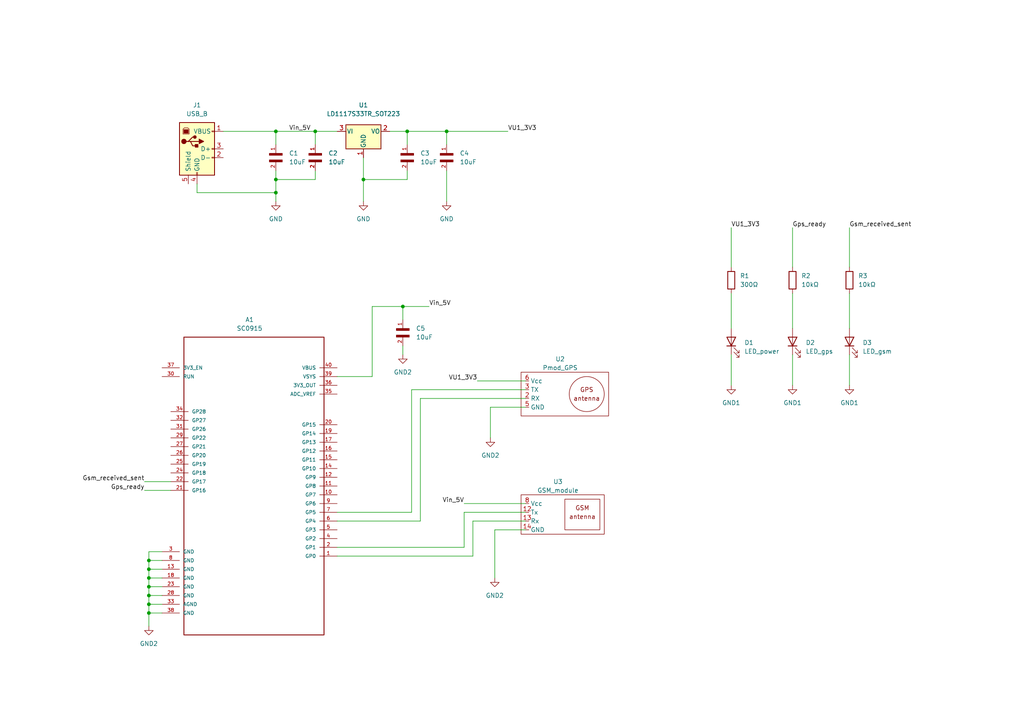
<source format=kicad_sch>
(kicad_sch (version 20211123) (generator eeschema)
  (paper "A4")
  (title_block (title "Tracker_Project by Bogdan"))
  (lib_symbols
    (symbol "Connector:USB_B" (pin_names (offset 1.016))
      (property "Reference" "J" (at -5.08 11.43 0))
      (property "Value" "USB_B" (at -5.08 8.89 0))
      (symbol "USB_B_0_1"
        (rectangle (start -5.08 -7.62) (end 5.08 7.62) (stroke (width 0.254)) (fill (type background)))
        (circle (center -3.81 2.159) (radius 0.635) (stroke (width 0.254)) (fill (type outline)))
        (rectangle (start -3.81 5.588) (end -2.54 4.572) (fill (type outline)))
        (circle (center -0.635 3.429) (radius 0.381) (stroke (width 0.254)) (fill (type outline)))
        (rectangle (start -0.127 -7.62) (end 0.127 -6.858))
        (polyline (pts (xy -1.905 2.159) (xy 0.635 2.159)) (stroke (width 0.254)))
        (polyline (pts (xy -3.175 2.159) (xy -2.54 2.159) (xy -1.27 3.429) (xy -0.635 3.429)) (stroke (width 0.254)))
        (polyline (pts (xy -2.54 2.159) (xy -1.905 2.159) (xy -1.27 0.889) (xy 0 0.889)) (stroke (width 0.254)))
        (polyline (pts (xy 0.635 2.794) (xy 0.635 1.524) (xy 1.905 2.159) (xy 0.635 2.794)) (stroke (width 0.254)) (fill (type outline)))
        (polyline (pts (xy -4.064 4.318) (xy -2.286 4.318) (xy -2.286 5.715) (xy -2.667 6.096) (xy -3.683 6.096) (xy -4.064 5.715) (xy -4.064 4.318)))
        (rectangle (start 0.254 1.27) (end -0.508 0.508) (stroke (width 0.254)) (fill (type outline)))
        (rectangle (start 5.08 -2.667) (end 4.318 -2.413))
        (rectangle (start 5.08 -0.127) (end 4.318 0.127))
        (rectangle (start 5.08 4.953) (end 4.318 5.207))
      )
      (symbol "USB_B_1_1"
        (pin power_out line (at 7.62 5.08 180) (length 2.54) (name "VBUS") (number "1"))
        (pin bidirectional line (at 7.62 -2.54 180) (length 2.54) (name "D-") (number "2"))
        (pin bidirectional line (at 7.62 0 180) (length 2.54) (name "D+") (number "3"))
        (pin power_out line (at 0 -10.16 90) (length 2.54) (name "GND") (number "4"))
        (pin passive line (at -2.54 -10.16 90) (length 2.54) (name "Shield") (number "5"))
      )
    )
    (symbol "Device:LED" (pin_numbers hide) (pin_names (offset 1.016) hide)
      (property "Reference" "D" (at 0 2.54 0))
      (property "Value" "LED" (at 0 -2.54 0))
      (symbol "LED_0_1"
        (polyline (pts (xy -1.27 -1.27) (xy -1.27 1.27)) (stroke (width 0.254)))
        (polyline (pts (xy -1.27 0) (xy 1.27 0)))
        (polyline (pts (xy 1.27 -1.27) (xy 1.27 1.27) (xy -1.27 0) (xy 1.27 -1.27)) (stroke (width 0.254)))
        (polyline (pts (xy -3.048 -0.762) (xy -4.572 -2.286) (xy -3.81 -2.286) (xy -4.572 -2.286) (xy -4.572 -1.524)))
        (polyline (pts (xy -1.778 -0.762) (xy -3.302 -2.286) (xy -2.54 -2.286) (xy -3.302 -2.286) (xy -3.302 -1.524)))
      )
      (symbol "LED_1_1"
        (pin passive line (at -3.81 0 0) (length 2.54) (name "K") (number "1"))
        (pin passive line (at 3.81 0 180) (length 2.54) (name "A") (number "2"))
      )
    )
    (symbol "Device:R" (pin_numbers hide) (pin_names (offset 0))
      (property "Reference" "R" (at 2.032 0 90))
      (property "Value" "R" (at 0 0 90))
      (symbol "R_0_1"
        (rectangle (start -1.016 -2.54) (end 1.016 2.54) (stroke (width 0.254)))
      )
      (symbol "R_1_1"
        (pin passive line (at 0 3.81 270) (length 1.27) (name "~") (number "1"))
        (pin passive line (at 0 -3.81 90) (length 1.27) (name "~") (number "2"))
      )
    )
    (symbol "Raspberry_Pi_Pico_SC0915:SC0915" (pin_names (offset 1.016))
      (property "Reference" "A1" (at 0 50.8 0))
      (property "Value" "SC0915" (at 0 48.26 0))
      (symbol "SC0915_0_0"
        (rectangle (start -19.05 -43.18) (end 21.59 43.18) (stroke (width 0.254)))
        (pin bidirectional line (at 25.4 -20.32 180) (length 5.08) (name "GP0") (number "1"))
        (pin bidirectional line (at 25.4 -2.54 180) (length 5.08) (name "GP7") (number "10"))
        (pin bidirectional line (at 25.4 0 180) (length 5.08) (name "GP8") (number "11"))
        (pin bidirectional line (at 25.4 2.54 180) (length 5.08) (name "GP9") (number "12"))
        (pin power_in line (at -25.4 -24.13 0) (length 5.08) (name "GND") (number "13"))
        (pin bidirectional line (at 25.4 5.08 180) (length 5.08) (name "GP10") (number "14"))
        (pin bidirectional line (at 25.4 7.62 180) (length 5.08) (name "GP11") (number "15"))
        (pin bidirectional line (at 25.4 10.16 180) (length 5.08) (name "GP12") (number "16"))
        (pin bidirectional line (at 25.4 12.7 180) (length 5.08) (name "GP13") (number "17"))
        (pin power_in line (at -25.4 -26.67 0) (length 5.08) (name "GND") (number "18"))
        (pin bidirectional line (at 25.4 15.24 180) (length 5.08) (name "GP14") (number "19"))
        (pin bidirectional line (at 25.4 -17.78 180) (length 5.08) (name "GP1") (number "2"))
        (pin bidirectional line (at 25.4 17.78 180) (length 5.08) (name "GP15") (number "20"))
        (pin bidirectional line (at -22.86 -1.27 0) (length 5.08) (name "GP16") (number "21"))
        (pin bidirectional line (at -22.86 1.27 0) (length 5.08) (name "GP17") (number "22"))
        (pin power_in line (at -25.4 -29.21 0) (length 5.08) (name "GND") (number "23"))
        (pin bidirectional line (at -22.86 3.81 0) (length 5.08) (name "GP18") (number "24"))
        (pin bidirectional line (at -22.86 6.35 0) (length 5.08) (name "GP19") (number "25"))
        (pin bidirectional line (at -22.86 8.89 0) (length 5.08) (name "GP20") (number "26"))
        (pin bidirectional line (at -22.86 11.43 0) (length 5.08) (name "GP21") (number "27"))
        (pin power_in line (at -25.4 -31.75 0) (length 5.08) (name "GND") (number "28"))
        (pin bidirectional line (at -22.86 13.97 0) (length 5.08) (name "GP22") (number "29"))
        (pin power_in line (at -25.4 -19.05 0) (length 5.08) (name "GND") (number "3"))
        (pin input line (at -25.4 31.75 0) (length 5.08) (name "RUN") (number "30"))
        (pin bidirectional line (at -22.86 16.51 0) (length 5.08) (name "GP26") (number "31"))
        (pin bidirectional line (at -22.86 19.05 0) (length 5.08) (name "GP27") (number "32"))
        (pin power_in line (at -25.4 -34.29 0) (length 5.08) (name "AGND") (number "33"))
        (pin bidirectional line (at -22.86 21.59 0) (length 5.08) (name "GP28") (number "34"))
        (pin power_in line (at 25.4 26.67 180) (length 5.08) (name "ADC_VREF") (number "35"))
        (pin power_in line (at 25.4 29.21 180) (length 5.08) (name "3V3_OUT") (number "36"))
        (pin input line (at -25.4 34.29 0) (length 5.08) (name "3V3_EN") (number "37"))
        (pin power_in line (at -25.4 -36.83 0) (length 5.08) (name "GND") (number "38"))
        (pin free line (at 25.4 31.75 180) (length 5.08) (name "VSYS") (number "39"))
        (pin bidirectional line (at 25.4 -15.24 180) (length 5.08) (name "GP2") (number "4"))
        (pin free line (at 25.4 34.29 180) (length 5.08) (name "VBUS") (number "40"))
        (pin bidirectional line (at 25.4 -12.7 180) (length 5.08) (name "GP3") (number "5"))
        (pin bidirectional line (at 25.4 -10.16 180) (length 5.08) (name "GP4") (number "6"))
        (pin bidirectional line (at 25.4 -7.62 180) (length 5.08) (name "GP5") (number "7"))
        (pin power_in line (at -25.4 -21.59 0) (length 5.08) (name "GND") (number "8"))
        (pin bidirectional line (at 25.4 -5.08 180) (length 5.08) (name "GP6") (number "9"))
      )
    )
    (symbol "Regulator_Linear:LD1117S33TR_SOT223" (pin_names (offset 0.254))
      (property "Reference" "U" (at -3.81 3.175 0))
      (property "Value" "LD1117S33TR_SOT223" (at 0 3.175 0))
      (symbol "LD1117S33TR_SOT223_0_1"
        (rectangle (start -5.08 -5.08) (end 5.08 1.905) (stroke (width 0.254)) (fill (type background)))
      )
      (symbol "LD1117S33TR_SOT223_1_1"
        (pin power_in line (at 0 -7.62 90) (length 2.54) (name "GND") (number "1"))
        (pin power_out line (at 7.62 0 180) (length 2.54) (name "VO") (number "2"))
        (pin power_in line (at -7.62 0 0) (length 2.54) (name "VI") (number "3"))
      )
    )
    (symbol "T491A106K006AT:T491A106K006AT" (pin_names (offset 1.016))
      (property "Reference" "C" (at 0 3.81 0))
      (property "Value" "T491A106K006AT" (at 0 -5.08 0))
      (symbol "T491A106K006AT_0_0"
        (rectangle (start 0 -1.905) (end 0.635 1.905) (stroke (width 0.1)) (fill (type outline)))
        (rectangle (start 1.905 -1.905) (end 2.54 1.905) (stroke (width 0.1)) (fill (type outline)))
        (pin passive line (at 5.08 0 180) (length 2.54) (name "~") (number "1"))
        (pin passive line (at -2.54 0 0) (length 2.54) (name "~") (number "2"))
      )
    )
    (symbol "module_gsm_sym:GSM_module"
      (property "Reference" "U3" (at 1.81 5.08 0))
      (property "Value" "GSM_module" (at 1.81 2.54 0))
      (symbol "GSM_module_0_0"
        (text "antenna" (at 8.89 -5.08 0) (effects (font (size 1.27 1.27))))
        (text "GSM" (at 8.89 -2.54 0) (effects (font (size 1.27 1.27))))
      )
      (symbol "GSM_module_0_1"
        (rectangle (start -8.89 1.27) (end 15.24 -10.16))
        (rectangle (start 3.81 0) (end 13.97 -8.89))
      )
      (symbol "GSM_module_1_1"
        (pin output line (at -7.62 -3.81 0) (length 1) (name "Tx") (number "12"))
        (pin input line (at -7.62 -6.35 0) (length 1) (name "Rx") (number "13"))
        (pin input line (at -7.62 -8.89 0) (length 1) (name "GND") (number "14"))
        (pin power_in line (at -7.62 -1.27 0) (length 1) (name "Vcc") (number "8"))
      )
    )
    (symbol "pmod_gps:Pmod_GPS"
      (property "Reference" "U2" (at -1.365 10.16 0))
      (property "Value" "Pmod_GPS" (at -1.365 7.62 0))
      (symbol "Pmod_GPS_0_0"
        (text "antenna" (at 6.35 -1.27 0) (effects (font (size 1.27 1.27))))
        (text "GPS" (at 6.35 1.27 0) (effects (font (size 1.27 1.27))))
      )
      (symbol "Pmod_GPS_0_1"
        (rectangle (start -12.7 6.35) (end 12.7 -6.35))
        (circle (center 6.35 0) (radius 5.08))
      )
      (symbol "Pmod_GPS_1_1"
        (pin input line (at -11.43 -1.27 0) (length 1) (name "RX") (number "2"))
        (pin output line (at -11.43 1.27 0) (length 1) (name "TX") (number "3"))
        (pin input line (at -11.43 -3.81 0) (length 1) (name "GND") (number "5"))
        (pin power_in line (at -11.43 3.81 0) (length 1) (name "Vcc") (number "6"))
      )
    )
    (symbol "power:GND" (power) (pin_names (offset 0))
      (property "Value" "GND" (at 0 -3.81 0))
      (symbol "GND_0_1"
        (polyline (pts (xy 0 0) (xy 0 -1.27) (xy 1.27 -1.27) (xy 0 -2.54) (xy -1.27 -1.27) (xy 0 -1.27)))
      )
      (symbol "GND_1_1"
        (pin power_in line (at 0 0 270) (length 0) hide (name "GND") (number "1"))
      )
    )
    (symbol "power:GND1" (power) (pin_names (offset 0))
      (property "Value" "GND1" (at 0 -3.81 0))
      (symbol "GND1_0_1"
        (polyline (pts (xy 0 0) (xy 0 -1.27) (xy 1.27 -1.27) (xy 0 -2.54) (xy -1.27 -1.27) (xy 0 -1.27)))
      )
      (symbol "GND1_1_1"
        (pin power_in line (at 0 0 270) (length 0) hide (name "GND1") (number "1"))
      )
    )
    (symbol "power:GND2" (power) (pin_names (offset 0))
      (property "Value" "GND2" (at 0 -3.81 0))
      (symbol "GND2_0_1"
        (polyline (pts (xy 0 0) (xy 0 -1.27) (xy 1.27 -1.27) (xy 0 -2.54) (xy -1.27 -1.27) (xy 0 -1.27)))
      )
      (symbol "GND2_1_1"
        (pin power_in line (at 0 0 270) (length 0) hide (name "GND2") (number "1"))
      )
    )
  )
  (junction (at 80.01 52.07))
  (junction (at 105.41 52.07))
  (junction (at 80.01 55.88))
  (junction (at 80.01 38.1))
  (junction (at 43.18 162.56))
  (junction (at 129.54 38.1))
  (junction (at 43.18 175.26))
  (junction (at 91.44 38.1))
  (junction (at 118.11 38.1))
  (junction (at 43.18 170.18))
  (junction (at 43.18 172.72))
  (junction (at 43.18 165.1))
  (junction (at 43.18 177.8))
  (junction (at 116.84 88.9))
  (junction (at 43.18 167.64))
  (wire (pts (xy 91.44 52.07) (xy 80.01 52.07)))
  (wire (pts (xy 43.18 162.56) (xy 46.99 162.56)))
  (wire (pts (xy 43.18 177.8) (xy 43.18 181.61)))
  (wire (pts (xy 138.43 110.49) (xy 152.4 110.49)))
  (wire (pts (xy 118.11 38.1) (xy 129.54 38.1)))
  (wire (pts (xy 80.01 49.53) (xy 80.01 52.07)))
  (wire (pts (xy 118.11 49.53) (xy 118.11 52.07)))
  (wire (pts (xy 116.84 88.9) (xy 116.84 92.71)))
  (wire (pts (xy 43.18 160.02) (xy 43.18 162.56)))
  (wire (pts (xy 80.01 38.1) (xy 80.01 41.91)))
  (wire (pts (xy 246.38 102.87) (xy 246.38 111.76)))
  (wire (pts (xy 43.18 175.26) (xy 46.99 175.26)))
  (wire (pts (xy 43.18 175.26) (xy 43.18 177.8)))
  (wire (pts (xy 152.4 153.67) (xy 143.51 153.67)))
  (wire (pts (xy 43.18 165.1) (xy 46.99 165.1)))
  (wire (pts (xy 43.18 172.72) (xy 46.99 172.72)))
  (wire (pts (xy 116.84 88.9) (xy 124.46 88.9)))
  (wire (pts (xy 107.95 88.9) (xy 107.95 109.22)))
  (wire (pts (xy 107.95 88.9) (xy 116.84 88.9)))
  (wire (pts (xy 121.92 115.57) (xy 152.4 115.57)))
  (wire (pts (xy 137.16 161.29) (xy 137.16 151.13)))
  (wire (pts (xy 129.54 49.53) (xy 129.54 58.42)))
  (wire (pts (xy 229.87 85.09) (xy 229.87 95.25)))
  (wire (pts (xy 57.15 55.88) (xy 80.01 55.88)))
  (wire (pts (xy 212.09 102.87) (xy 212.09 111.76)))
  (wire (pts (xy 41.91 142.24) (xy 49.53 142.24)))
  (wire (pts (xy 152.4 118.11) (xy 142.24 118.11)))
  (wire (pts (xy 129.54 38.1) (xy 129.54 41.91)))
  (wire (pts (xy 212.09 85.09) (xy 212.09 95.25)))
  (wire (pts (xy 246.38 66.04) (xy 246.38 77.47)))
  (wire (pts (xy 43.18 167.64) (xy 46.99 167.64)))
  (wire (pts (xy 129.54 38.1) (xy 147.32 38.1)))
  (wire (pts (xy 80.01 38.1) (xy 91.44 38.1)))
  (wire (pts (xy 97.79 161.29) (xy 137.16 161.29)))
  (wire (pts (xy 43.18 162.56) (xy 43.18 165.1)))
  (wire (pts (xy 137.16 151.13) (xy 152.4 151.13)))
  (wire (pts (xy 134.62 158.75) (xy 134.62 148.59)))
  (wire (pts (xy 118.11 52.07) (xy 105.41 52.07)))
  (wire (pts (xy 229.87 102.87) (xy 229.87 111.76)))
  (wire (pts (xy 80.01 52.07) (xy 80.01 55.88)))
  (wire (pts (xy 121.92 151.13) (xy 121.92 115.57)))
  (wire (pts (xy 41.91 139.7) (xy 49.53 139.7)))
  (wire (pts (xy 91.44 38.1) (xy 91.44 41.91)))
  (wire (pts (xy 229.87 66.04) (xy 229.87 77.47)))
  (wire (pts (xy 134.62 148.59) (xy 152.4 148.59)))
  (wire (pts (xy 57.15 53.34) (xy 57.15 55.88)))
  (wire (pts (xy 105.41 45.72) (xy 105.41 52.07)))
  (wire (pts (xy 43.18 165.1) (xy 43.18 167.64)))
  (wire (pts (xy 118.11 38.1) (xy 118.11 41.91)))
  (wire (pts (xy 43.18 170.18) (xy 46.99 170.18)))
  (wire (pts (xy 91.44 49.53) (xy 91.44 52.07)))
  (wire (pts (xy 43.18 170.18) (xy 43.18 172.72)))
  (wire (pts (xy 105.41 52.07) (xy 105.41 58.42)))
  (wire (pts (xy 43.18 177.8) (xy 46.99 177.8)))
  (wire (pts (xy 97.79 158.75) (xy 134.62 158.75)))
  (wire (pts (xy 80.01 55.88) (xy 80.01 58.42)))
  (wire (pts (xy 43.18 172.72) (xy 43.18 175.26)))
  (wire (pts (xy 97.79 148.59) (xy 119.38 148.59)))
  (wire (pts (xy 142.24 118.11) (xy 142.24 127)))
  (wire (pts (xy 64.77 38.1) (xy 80.01 38.1)))
  (wire (pts (xy 246.38 85.09) (xy 246.38 95.25)))
  (wire (pts (xy 143.51 153.67) (xy 143.51 167.64)))
  (wire (pts (xy 43.18 167.64) (xy 43.18 170.18)))
  (wire (pts (xy 119.38 113.03) (xy 152.4 113.03)))
  (wire (pts (xy 97.79 151.13) (xy 121.92 151.13)))
  (wire (pts (xy 91.44 38.1) (xy 97.79 38.1)))
  (wire (pts (xy 97.79 109.22) (xy 107.95 109.22)))
  (wire (pts (xy 116.84 100.33) (xy 116.84 102.87)))
  (wire (pts (xy 134.62 146.05) (xy 152.4 146.05)))
  (wire (pts (xy 119.38 148.59) (xy 119.38 113.03)))
  (wire (pts (xy 113.03 38.1) (xy 118.11 38.1)))
  (wire (pts (xy 212.09 66.04) (xy 212.09 77.47)))
  (wire (pts (xy 46.99 160.02) (xy 43.18 160.02)))
  (label "VU1_3V3" (at 138.43 110.49 180))
  (label "VU1_3V3" (at 212.09 66.04 0))
  (label "VU1_3V3" (at 147.32 38.1 0))
  (label "Vin_5V" (at 124.46 88.9 0))
  (label "Gps_ready" (at 41.91 142.24 180))
  (label "Vin_5V" (at 83.82 38.1 0))
  (label "Gps_ready" (at 229.87 66.04 0))
  (label "Gsm_received_sent" (at 246.38 66.04 0))
  (label "Vin_5V" (at 134.62 146.05 180))
  (label "Gsm_received_sent" (at 41.91 139.7 180))
  (symbol (lib_id "T491A106K006AT:T491A106K006AT") (at 91.44 46.99 90) (unit 1)
    (property "Reference" "C2" (at 95.25 44.4499 90) (effects (justify right)))
    (property "Value" "10uF" (at 95.25 46.9899 90) (effects (justify right)))
    (property "Footprint" "capacitor:cap" (effects hide))
  )
  (symbol (lib_id "power:GND2") (at 142.24 127 0) (unit 1)
    (property "Reference" "#PWR0103" (effects hide))
    (property "Value" "GND2" (at 142.24 132.08 0))
  )
  (symbol (lib_id "power:GND2") (at 143.51 167.64 0) (unit 1)
    (property "Reference" "#PWR0102" (effects hide))
    (property "Value" "GND2" (at 143.51 172.72 0))
  )
  (symbol (lib_id "power:GND2") (at 116.84 102.87 0) (unit 1)
    (property "Reference" "#PWR0104" (effects hide))
    (property "Value" "GND2" (at 116.84 107.95 0))
  )
  (symbol (lib_id "power:GND") (at 129.54 58.42 0) (unit 1)
    (property "Reference" "#GND03" (effects hide))
    (property "Value" "GND" (at 129.54 63.5 0))
  )
  (symbol (lib_id "Device:LED") (at 246.38 99.06 90) (unit 1)
    (property "Reference" "D3" (at 250.19 99.3774 90) (effects (justify right)))
    (property "Value" "LED_gsm" (at 250.19 101.9174 90) (effects (justify right)))
    (property "Footprint" "LED_SMD:LED_0201_0603Metric_Pad0.64x0.40mm_HandSolder" (effects hide))
  )
  (symbol (lib_id "Device:LED") (at 212.09 99.06 90) (unit 1)
    (property "Reference" "D1" (at 215.9 99.3774 90) (effects (justify right)))
    (property "Value" "LED_power" (at 215.9 101.9174 90) (effects (justify right)))
    (property "Footprint" "LED_SMD:LED_0201_0603Metric_Pad0.64x0.40mm_HandSolder" (effects hide))
  )
  (symbol (lib_id "Device:R") (at 212.09 81.28 0) (unit 1)
    (property "Reference" "R1" (at 214.63 80.0099 0) (effects (justify left)))
    (property "Value" "300Ω" (at 214.63 82.5499 0) (effects (justify left)))
    (property "Footprint" "Resistor_SMD:R_0201_0603Metric_Pad0.64x0.40mm_HandSolder" (effects hide))
  )
  (symbol (lib_id "Regulator_Linear:LD1117S33TR_SOT223") (at 105.41 38.1 0) (unit 1)
    (property "Reference" "U1" (at 105.41 30.48 0))
    (property "Value" "LD1117S33TR_SOT223" (at 105.41 33.02 0))
    (property "Footprint" "Package_TO_SOT_SMD:SOT-223-3_TabPin2" (effects hide))
    (property "Datasheet" "http://www.st.com/st-web-ui/static/active/en/resource/technical/document/datasheet/CD00000544.pdf" (effects hide))
  )
  (symbol (lib_id "T491A106K006AT:T491A106K006AT") (at 116.84 97.79 90) (unit 1)
    (property "Reference" "C5" (at 120.65 95.2499 90) (effects (justify right)))
    (property "Value" "10uF" (at 120.65 97.7899 90) (effects (justify right)))
    (property "Footprint" "capacitor:cap" (effects hide))
  )
  (symbol (lib_id "Device:R") (at 229.87 81.28 0) (unit 1)
    (property "Reference" "R2" (at 232.41 80.0099 0) (effects (justify left)))
    (property "Value" "10kΩ" (at 232.41 82.5499 0) (effects (justify left)))
    (property "Footprint" "Resistor_SMD:R_0201_0603Metric_Pad0.64x0.40mm_HandSolder" (effects hide))
  )
  (symbol (lib_id "power:GND1") (at 246.38 111.76 0) (unit 1)
    (property "Reference" "#PWR0106" (effects hide))
    (property "Value" "GND1" (at 246.38 116.84 0))
  )
  (symbol (lib_id "T491A106K006AT:T491A106K006AT") (at 80.01 46.99 90) (unit 1)
    (property "Reference" "C1" (at 83.82 44.4499 90) (effects (justify right)))
    (property "Value" "10uF" (at 83.82 46.9899 90) (effects (justify right)))
    (property "Footprint" "capacitor:cap" (effects hide))
  )
  (symbol (lib_id "Device:LED") (at 229.87 99.06 90) (unit 1)
    (property "Reference" "D2" (at 233.68 99.3774 90) (effects (justify right)))
    (property "Value" "LED_gps" (at 233.68 101.9174 90) (effects (justify right)))
    (property "Footprint" "LED_SMD:LED_0201_0603Metric_Pad0.64x0.40mm_HandSolder" (effects hide))
  )
  (symbol (lib_id "pmod_gps:Pmod_GPS") (at 163.83 114.3 0) (unit 1)
    (property "Reference" "U2" (at 162.465 104.14 0))
    (property "Value" "Pmod_GPS" (at 162.465 106.68 0))
    (property "Footprint" "PmodGps:gps" (effects hide))
  )
  (symbol (lib_id "power:GND1") (at 229.87 111.76 0) (unit 1)
    (property "Reference" "#PWR0105" (effects hide))
    (property "Value" "GND1" (at 229.87 116.84 0))
  )
  (symbol (lib_id "power:GND2") (at 43.18 181.61 0) (unit 1)
    (property "Reference" "#PWR0101" (effects hide))
    (property "Value" "GND2" (at 43.18 186.69 0))
  )
  (symbol (lib_id "Device:R") (at 246.38 81.28 0) (unit 1)
    (property "Reference" "R3" (at 248.92 80.0099 0) (effects (justify left)))
    (property "Value" "10kΩ" (at 248.92 82.5499 0) (effects (justify left)))
    (property "Footprint" "Resistor_SMD:R_0201_0603Metric_Pad0.64x0.40mm_HandSolder" (effects hide))
  )
  (symbol (lib_id "T491A106K006AT:T491A106K006AT") (at 129.54 46.99 90) (unit 1)
    (property "Reference" "C4" (at 133.35 44.4499 90) (effects (justify right)))
    (property "Value" "10uF" (at 133.35 46.9899 90) (effects (justify right)))
    (property "Footprint" "capacitor:cap" (effects hide))
  )
  (symbol (lib_id "module_gsm_sym:GSM_module") (at 160.02 144.78 0) (unit 1)
    (property "Reference" "U3" (at 161.83 139.7 0))
    (property "Value" "GSM_module" (at 161.83 142.24 0))
    (property "Footprint" "Gsm_GA6:gsm" (effects hide))
  )
  (symbol (lib_id "T491A106K006AT:T491A106K006AT") (at 118.11 46.99 90) (unit 1)
    (property "Reference" "C3" (at 121.92 44.4499 90) (effects (justify right)))
    (property "Value" "10uF" (at 121.92 46.9899 90) (effects (justify right)))
    (property "Footprint" "capacitor:cap" (effects hide))
  )
  (symbol (lib_id "power:GND") (at 105.41 58.42 0) (unit 1)
    (property "Reference" "#GND02" (effects hide))
    (property "Value" "GND" (at 105.41 63.5 0))
  )
  (symbol (lib_id "Raspberry_Pi_Pico_SC0915:SC0915") (at 72.39 140.97 0) (unit 1)
    (property "Reference" "A1" (at 72.39 92.71 0))
    (property "Value" "SC0915" (at 72.39 95.25 0))
    (property "Footprint" "Raspberry_Pi_Pico_Kicad_Files:MODULE_SC0915" (effects hide))
  )
  (symbol (lib_id "power:GND1") (at 212.09 111.76 0) (unit 1)
    (property "Reference" "#PWR0107" (effects hide))
    (property "Value" "GND1" (at 212.09 116.84 0))
  )
  (symbol (lib_id "Connector:USB_B") (at 57.15 43.18 0) (unit 1)
    (property "Reference" "J1" (at 57.15 30.48 0))
    (property "Value" "USB_B" (at 57.15 33.02 0))
    (property "Footprint" "usb_connector:USB" (effects hide))
    (property "Datasheet" " ~" (effects hide))
  )
  (symbol (lib_id "power:GND") (at 80.01 58.42 0) (unit 1)
    (property "Reference" "#GND01" (effects hide))
    (property "Value" "GND" (at 80.01 63.5 0))
  )
)
</source>
